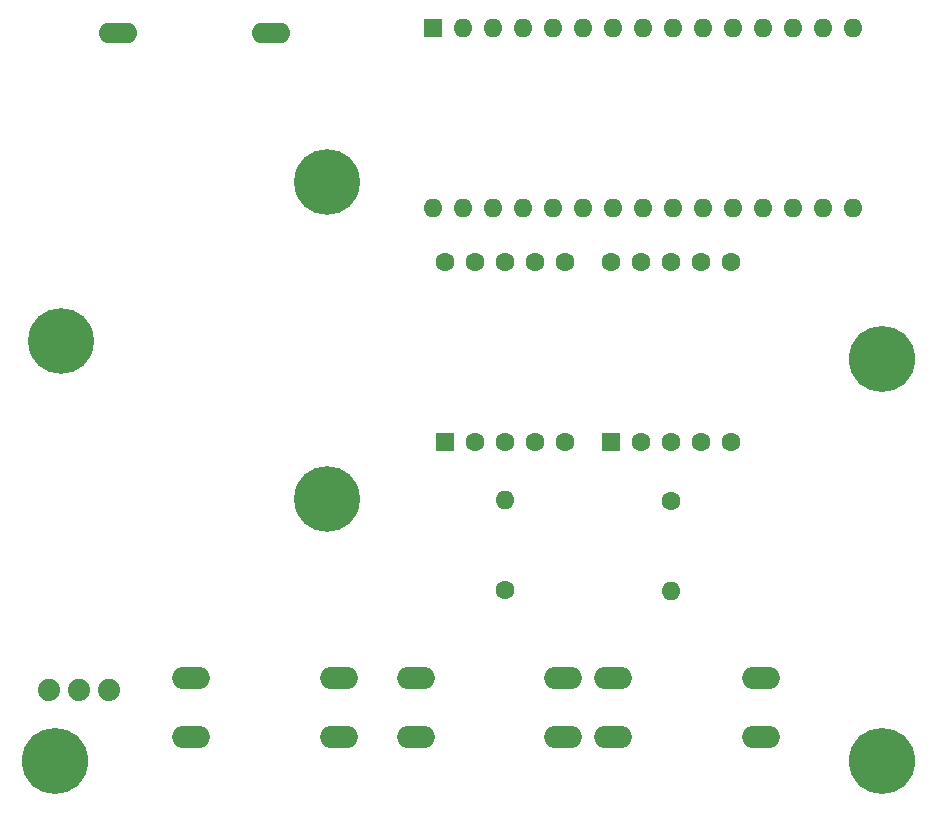
<source format=gbr>
%TF.GenerationSoftware,KiCad,Pcbnew,9.0.4*%
%TF.CreationDate,2025-11-18T21:20:37+01:00*%
%TF.ProjectId,Z_hler,5ae4686c-6572-42e6-9b69-6361645f7063,rev?*%
%TF.SameCoordinates,Original*%
%TF.FileFunction,Soldermask,Top*%
%TF.FilePolarity,Negative*%
%FSLAX46Y46*%
G04 Gerber Fmt 4.6, Leading zero omitted, Abs format (unit mm)*
G04 Created by KiCad (PCBNEW 9.0.4) date 2025-11-18 21:20:37*
%MOMM*%
%LPD*%
G01*
G04 APERTURE LIST*
%ADD10C,1.600000*%
%ADD11O,1.600000X1.600000*%
%ADD12C,1.879600*%
%ADD13O,3.200000X1.900000*%
%ADD14C,3.600000*%
%ADD15C,5.600000*%
%ADD16R,1.600000X1.600000*%
%ADD17C,5.570000*%
%ADD18O,3.300000X1.750000*%
G04 APERTURE END LIST*
D10*
%TO.C,R2*%
X107100000Y-93000000D03*
D11*
X107100000Y-100620000D03*
%TD*%
D10*
%TO.C,R1*%
X93100000Y-100600000D03*
D11*
X93100000Y-92980000D03*
%TD*%
D12*
%TO.C,SW4*%
X59540000Y-109000000D03*
X57000000Y-109000000D03*
X54460000Y-109000000D03*
%TD*%
D13*
%TO.C,SW3*%
X79000000Y-113000000D03*
X66500000Y-113000000D03*
X79000000Y-108000000D03*
X66500000Y-108000000D03*
%TD*%
%TO.C,SW1*%
X114700000Y-113000000D03*
X102200000Y-113000000D03*
X114700000Y-108000000D03*
X102200000Y-108000000D03*
%TD*%
D14*
%TO.C,H3*%
X55000000Y-115000000D03*
D15*
X55000000Y-115000000D03*
%TD*%
D14*
%TO.C,H4*%
X125000000Y-115000000D03*
D15*
X125000000Y-115000000D03*
%TD*%
D14*
%TO.C,H2*%
X125000000Y-81000000D03*
D15*
X125000000Y-81000000D03*
%TD*%
D16*
%TO.C,U10*%
X88000000Y-88000000D03*
D10*
X90540000Y-88000000D03*
X93080000Y-88000000D03*
X95620000Y-88000000D03*
X98160000Y-88000000D03*
X98160000Y-72760000D03*
X95620000Y-72760000D03*
X93080000Y-72760000D03*
X90540000Y-72760000D03*
X88000000Y-72760000D03*
%TD*%
D16*
%TO.C,U1*%
X102000000Y-88000000D03*
D10*
X104540000Y-88000000D03*
X107080000Y-88000000D03*
X109620000Y-88000000D03*
X112160000Y-88000000D03*
X112160000Y-72760000D03*
X109620000Y-72760000D03*
X107080000Y-72760000D03*
X104540000Y-72760000D03*
X102000000Y-72760000D03*
%TD*%
D13*
%TO.C,SW2*%
X98000000Y-113000000D03*
X85500000Y-113000000D03*
X98000000Y-108000000D03*
X85500000Y-108000000D03*
%TD*%
D16*
%TO.C,A1*%
X87000000Y-53000000D03*
D11*
X89540000Y-53000000D03*
X92080000Y-53000000D03*
X94620000Y-53000000D03*
X97160000Y-53000000D03*
X99700000Y-53000000D03*
X102240000Y-53000000D03*
X104780000Y-53000000D03*
X107320000Y-53000000D03*
X109860000Y-53000000D03*
X112400000Y-53000000D03*
X114940000Y-53000000D03*
X117480000Y-53000000D03*
X120020000Y-53000000D03*
X122560000Y-53000000D03*
X122560000Y-68240000D03*
X120020000Y-68240000D03*
X117480000Y-68240000D03*
X114940000Y-68240000D03*
X112400000Y-68240000D03*
X109860000Y-68240000D03*
X107320000Y-68240000D03*
X104780000Y-68240000D03*
X102240000Y-68240000D03*
X99700000Y-68240000D03*
X97160000Y-68240000D03*
X94620000Y-68240000D03*
X92080000Y-68240000D03*
X89540000Y-68240000D03*
X87000000Y-68240000D03*
%TD*%
D17*
%TO.C,BAT1*%
X78000000Y-92870000D03*
X55500000Y-79490000D03*
X78000000Y-66000000D03*
D18*
X60310000Y-53380000D03*
X73260000Y-53380000D03*
%TD*%
M02*

</source>
